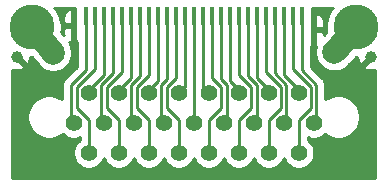
<source format=gtl>
G04 #@! TF.GenerationSoftware,KiCad,Pcbnew,(5.1.10)-1*
G04 #@! TF.CreationDate,2021-10-13T14:36:50-07:00*
G04 #@! TF.ProjectId,MicroD25_Bondpad,4d696372-6f44-4323-955f-426f6e647061,rev?*
G04 #@! TF.SameCoordinates,Original*
G04 #@! TF.FileFunction,Copper,L1,Top*
G04 #@! TF.FilePolarity,Positive*
%FSLAX46Y46*%
G04 Gerber Fmt 4.6, Leading zero omitted, Abs format (unit mm)*
G04 Created by KiCad (PCBNEW (5.1.10)-1) date 2021-10-13 14:36:50*
%MOMM*%
%LPD*%
G01*
G04 APERTURE LIST*
G04 #@! TA.AperFunction,ComponentPad*
%ADD10C,2.000000*%
G04 #@! TD*
G04 #@! TA.AperFunction,ConnectorPad*
%ADD11C,0.100000*%
G04 #@! TD*
G04 #@! TA.AperFunction,ConnectorPad*
%ADD12C,2.000000*%
G04 #@! TD*
G04 #@! TA.AperFunction,ConnectorPad*
%ADD13C,3.800000*%
G04 #@! TD*
G04 #@! TA.AperFunction,ComponentPad*
%ADD14C,2.600000*%
G04 #@! TD*
G04 #@! TA.AperFunction,ComponentPad*
%ADD15C,1.000000*%
G04 #@! TD*
G04 #@! TA.AperFunction,ComponentPad*
%ADD16C,1.397000*%
G04 #@! TD*
G04 #@! TA.AperFunction,SMDPad,CuDef*
%ADD17R,0.457200X1.524000*%
G04 #@! TD*
G04 #@! TA.AperFunction,ViaPad*
%ADD18C,1.143000*%
G04 #@! TD*
G04 #@! TA.AperFunction,Conductor*
%ADD19C,0.254000*%
G04 #@! TD*
G04 #@! TA.AperFunction,Conductor*
%ADD20C,0.100000*%
G04 #@! TD*
G04 APERTURE END LIST*
D10*
X131082073Y-131461301D03*
G04 #@! TA.AperFunction,ConnectorPad*
D11*
G36*
X130305743Y-132091832D02*
G01*
X129020168Y-130559743D01*
X130552257Y-129274168D01*
X131837832Y-130806257D01*
X130305743Y-132091832D01*
G37*
G04 #@! TD.AperFunction*
D12*
X131082073Y-131461301D03*
D13*
X129286124Y-129320973D03*
D14*
X129286124Y-129320973D03*
D10*
X154922051Y-131426328D03*
G04 #@! TA.AperFunction,ConnectorPad*
D11*
G36*
X154166292Y-130771284D02*
G01*
X155451867Y-129239195D01*
X156983956Y-130524770D01*
X155698381Y-132056859D01*
X154166292Y-130771284D01*
G37*
G04 #@! TD.AperFunction*
D12*
X154922051Y-131426328D03*
D13*
X156718000Y-129286000D03*
D14*
X156718000Y-129286000D03*
D15*
X128016000Y-131826000D03*
X157988000Y-131826000D03*
D16*
X134112000Y-139954000D03*
X136652000Y-139954000D03*
X139192000Y-139954000D03*
X141732000Y-139954000D03*
X144272000Y-139954000D03*
X146812000Y-139954000D03*
X149352000Y-139954000D03*
X151892000Y-139954000D03*
X132842000Y-137414000D03*
X135382000Y-137414000D03*
X137922000Y-137414000D03*
X140462000Y-137414000D03*
X143002000Y-137414000D03*
X145542000Y-137414000D03*
X148082000Y-137414000D03*
X150622000Y-137414000D03*
X153162000Y-137414000D03*
X134112000Y-134874000D03*
X136652000Y-134874000D03*
X139192000Y-134874000D03*
X141732000Y-134874000D03*
X144272000Y-134874000D03*
X146812000Y-134874000D03*
X149352000Y-134874000D03*
X151892000Y-134874000D03*
D17*
X134620000Y-128397000D03*
X136906000Y-128397000D03*
X139192000Y-128397000D03*
X141478000Y-128397000D03*
X144526000Y-128397000D03*
X146812000Y-128397000D03*
X149098000Y-128397000D03*
X151384000Y-128397000D03*
X133858000Y-128397000D03*
X136144000Y-128397000D03*
X138430000Y-128397000D03*
X140716000Y-128397000D03*
X143002000Y-128397000D03*
X145288000Y-128397000D03*
X147574000Y-128397000D03*
X149860000Y-128397000D03*
X152146000Y-128397000D03*
X135382000Y-128397000D03*
X137668000Y-128397000D03*
X139954000Y-128397000D03*
X142240000Y-128397000D03*
X143764000Y-128397000D03*
X146050000Y-128397000D03*
X148336000Y-128397000D03*
X150622000Y-128397000D03*
X132842000Y-129159000D03*
X153162000Y-129540000D03*
D18*
X156972000Y-141097000D03*
X129032000Y-141097000D03*
D19*
X134112000Y-137166258D02*
X134112000Y-139954000D01*
X133086499Y-136140757D02*
X134112000Y-137166258D01*
X133086499Y-134381759D02*
X133086499Y-136140757D01*
X134620000Y-132848258D02*
X133086499Y-134381759D01*
X134620000Y-128397000D02*
X134620000Y-132848258D01*
X135626499Y-136140757D02*
X136652000Y-137166258D01*
X136652000Y-137166258D02*
X136652000Y-139954000D01*
X135626499Y-134381759D02*
X135626499Y-136140757D01*
X136906000Y-133102258D02*
X135626499Y-134381759D01*
X136906000Y-128397000D02*
X136906000Y-133102258D01*
X135137501Y-137169501D02*
X135382000Y-137414000D01*
X135137501Y-134228691D02*
X135137501Y-137169501D01*
X136144000Y-133222192D02*
X135137501Y-134228691D01*
X136144000Y-128397000D02*
X136144000Y-133222192D01*
X137677501Y-137169501D02*
X137922000Y-137414000D01*
X137677501Y-134228691D02*
X137677501Y-137169501D01*
X138430000Y-133476192D02*
X137677501Y-134228691D01*
X138430000Y-128397000D02*
X138430000Y-133476192D01*
X140716000Y-128778000D02*
X140716000Y-128397000D01*
X140716000Y-133730192D02*
X140716000Y-128778000D01*
X140252489Y-134193702D02*
X140716000Y-133730192D01*
X140252489Y-137204489D02*
X140252489Y-134193702D01*
X140462000Y-137414000D02*
X140252489Y-137204489D01*
X143002000Y-137414000D02*
X143002000Y-129667000D01*
X143002000Y-129667000D02*
X143002000Y-128397000D01*
X145786499Y-134228691D02*
X145786499Y-137169501D01*
X145786499Y-137169501D02*
X145542000Y-137414000D01*
X145288000Y-133730192D02*
X145786499Y-134228691D01*
X145288000Y-129667000D02*
X145288000Y-133730192D01*
X145288000Y-129667000D02*
X145288000Y-128397000D01*
X148326499Y-137169501D02*
X148082000Y-137414000D01*
X148326499Y-134228691D02*
X148326499Y-137169501D01*
X147574000Y-133476192D02*
X148326499Y-134228691D01*
X147574000Y-129667000D02*
X147574000Y-133476192D01*
X147574000Y-129667000D02*
X147574000Y-128397000D01*
X150831511Y-137204489D02*
X150622000Y-137414000D01*
X150831511Y-134193702D02*
X150831511Y-137204489D01*
X149860000Y-133222192D02*
X150831511Y-134193702D01*
X149860000Y-129667000D02*
X149860000Y-133222192D01*
X149860000Y-129667000D02*
X149860000Y-128397000D01*
X152146000Y-129667000D02*
X152146000Y-132968192D01*
X153371511Y-134193702D02*
X153371511Y-137204489D01*
X153371511Y-137204489D02*
X153162000Y-137414000D01*
X152146000Y-132968192D02*
X153371511Y-134193702D01*
X152146000Y-129667000D02*
X152146000Y-128397000D01*
X134112000Y-134612126D02*
X134112000Y-134874000D01*
X135382000Y-133342126D02*
X134112000Y-134612126D01*
X135382000Y-129667000D02*
X135382000Y-133342126D01*
X135382000Y-128397000D02*
X135382000Y-129794000D01*
X136652000Y-134612126D02*
X136652000Y-134874000D01*
X137668000Y-133596126D02*
X136652000Y-134612126D01*
X137668000Y-128397000D02*
X137668000Y-133596126D01*
X139192000Y-134612124D02*
X139192000Y-134874000D01*
X139954000Y-133850124D02*
X139192000Y-134612124D01*
X139954000Y-128397000D02*
X139954000Y-133850124D01*
X142240000Y-134366000D02*
X141732000Y-134874000D01*
X142240000Y-129667000D02*
X142240000Y-134366000D01*
X142240000Y-129667000D02*
X142240000Y-128397000D01*
X143764000Y-134366000D02*
X144272000Y-134874000D01*
X143764000Y-129667000D02*
X143764000Y-134366000D01*
X143764000Y-129667000D02*
X143764000Y-128397000D01*
X146812000Y-134612125D02*
X146812000Y-134874000D01*
X146050000Y-133850125D02*
X146812000Y-134612125D01*
X146050000Y-129667000D02*
X146050000Y-133850125D01*
X146050000Y-129667000D02*
X146050000Y-128397000D01*
X149352000Y-134612126D02*
X149352000Y-134874000D01*
X148336000Y-133596126D02*
X149352000Y-134612126D01*
X148336000Y-129667000D02*
X148336000Y-133596126D01*
X148336000Y-129667000D02*
X148336000Y-128397000D01*
X151892000Y-134612124D02*
X151892000Y-134874000D01*
X150622000Y-133342124D02*
X151892000Y-134612124D01*
X150622000Y-129667000D02*
X150622000Y-133342124D01*
X150622000Y-129667000D02*
X150622000Y-128397000D01*
X139192000Y-137166258D02*
X139192000Y-139954000D01*
X138166499Y-134381759D02*
X138166499Y-136140757D01*
X138166499Y-136140757D02*
X139192000Y-137166258D01*
X139192000Y-133356258D02*
X138166499Y-134381759D01*
X139192000Y-128397000D02*
X139192000Y-133356258D01*
X141732000Y-137166258D02*
X141732000Y-139954000D01*
X140706499Y-136140757D02*
X141732000Y-137166258D01*
X140706499Y-134381759D02*
X140706499Y-136140757D01*
X141478000Y-133610258D02*
X140706499Y-134381759D01*
X141478000Y-129667000D02*
X141478000Y-133610258D01*
X141478000Y-129667000D02*
X141478000Y-128397000D01*
X144272000Y-137166258D02*
X144272000Y-139954000D01*
X145297501Y-136140757D02*
X144272000Y-137166258D01*
X145297501Y-134381759D02*
X145297501Y-136140757D01*
X144526000Y-133610258D02*
X145297501Y-134381759D01*
X144526000Y-129667000D02*
X144526000Y-133610258D01*
X144526000Y-129667000D02*
X144526000Y-128397000D01*
X146812000Y-137166258D02*
X146812000Y-139954000D01*
X147837501Y-136140757D02*
X146812000Y-137166258D01*
X147837501Y-134381759D02*
X147837501Y-136140757D01*
X146812000Y-133356258D02*
X147837501Y-134381759D01*
X146812000Y-129794000D02*
X146812000Y-128397000D01*
X146812000Y-129667000D02*
X146812000Y-129794000D01*
X146812000Y-129794000D02*
X146812000Y-133356258D01*
X149352000Y-137166258D02*
X149352000Y-139954000D01*
X150377501Y-136140757D02*
X149352000Y-137166258D01*
X150377501Y-134381759D02*
X150377501Y-136140757D01*
X149098000Y-133102258D02*
X150377501Y-134381759D01*
X149098000Y-129667000D02*
X149098000Y-133102258D01*
X149098000Y-129667000D02*
X149098000Y-128397000D01*
X151892000Y-137166258D02*
X151892000Y-139954000D01*
X152917501Y-136140757D02*
X151892000Y-137166258D01*
X152917501Y-134381759D02*
X152917501Y-136140757D01*
X151384000Y-132848258D02*
X152917501Y-134381759D01*
X151384000Y-129667000D02*
X151384000Y-132848258D01*
X151384000Y-129667000D02*
X151384000Y-128397000D01*
X132632489Y-137204489D02*
X132842000Y-137414000D01*
X132632489Y-134193702D02*
X132632489Y-137204489D01*
X133858000Y-132968192D02*
X132632489Y-134193702D01*
X133858000Y-128397000D02*
X133858000Y-132968192D01*
X132991328Y-127873022D02*
X132943600Y-127920750D01*
X132943600Y-129032000D01*
X132989000Y-129032000D01*
X132989000Y-129286000D01*
X132943600Y-129286000D01*
X132943600Y-130397250D01*
X133096000Y-130549650D01*
X133096001Y-132652560D01*
X132120143Y-133628418D01*
X132091067Y-133652280D01*
X131995844Y-133768311D01*
X131925087Y-133900688D01*
X131881515Y-134044325D01*
X131870557Y-134155584D01*
X131866803Y-134193702D01*
X131870489Y-134231125D01*
X131870489Y-135426998D01*
X131624793Y-135262829D01*
X131287350Y-135123056D01*
X130929123Y-135051800D01*
X130563877Y-135051800D01*
X130205650Y-135123056D01*
X129868207Y-135262829D01*
X129564516Y-135465749D01*
X129306249Y-135724016D01*
X129103329Y-136027707D01*
X128963556Y-136365150D01*
X128892300Y-136723377D01*
X128892300Y-137088623D01*
X128963556Y-137446850D01*
X129103329Y-137784293D01*
X129306249Y-138087984D01*
X129564516Y-138346251D01*
X129868207Y-138549171D01*
X130205650Y-138688944D01*
X130563877Y-138760200D01*
X130929123Y-138760200D01*
X131287350Y-138688944D01*
X131624793Y-138549171D01*
X131904454Y-138362308D01*
X131991943Y-138449797D01*
X132210351Y-138595732D01*
X132453032Y-138696254D01*
X132710662Y-138747500D01*
X132973338Y-138747500D01*
X133230968Y-138696254D01*
X133350001Y-138646949D01*
X133350001Y-138859365D01*
X133261943Y-138918203D01*
X133076203Y-139103943D01*
X132930268Y-139322351D01*
X132829746Y-139565032D01*
X132778500Y-139822662D01*
X132778500Y-140085338D01*
X132829746Y-140342968D01*
X132930268Y-140585649D01*
X133076203Y-140804057D01*
X133261943Y-140989797D01*
X133480351Y-141135732D01*
X133723032Y-141236254D01*
X133980662Y-141287500D01*
X134243338Y-141287500D01*
X134500968Y-141236254D01*
X134743649Y-141135732D01*
X134962057Y-140989797D01*
X135147797Y-140804057D01*
X135293732Y-140585649D01*
X135382000Y-140372552D01*
X135470268Y-140585649D01*
X135616203Y-140804057D01*
X135801943Y-140989797D01*
X136020351Y-141135732D01*
X136263032Y-141236254D01*
X136520662Y-141287500D01*
X136783338Y-141287500D01*
X137040968Y-141236254D01*
X137283649Y-141135732D01*
X137502057Y-140989797D01*
X137687797Y-140804057D01*
X137833732Y-140585649D01*
X137922000Y-140372552D01*
X138010268Y-140585649D01*
X138156203Y-140804057D01*
X138341943Y-140989797D01*
X138560351Y-141135732D01*
X138803032Y-141236254D01*
X139060662Y-141287500D01*
X139323338Y-141287500D01*
X139580968Y-141236254D01*
X139823649Y-141135732D01*
X140042057Y-140989797D01*
X140227797Y-140804057D01*
X140373732Y-140585649D01*
X140462000Y-140372552D01*
X140550268Y-140585649D01*
X140696203Y-140804057D01*
X140881943Y-140989797D01*
X141100351Y-141135732D01*
X141343032Y-141236254D01*
X141600662Y-141287500D01*
X141863338Y-141287500D01*
X142120968Y-141236254D01*
X142363649Y-141135732D01*
X142582057Y-140989797D01*
X142767797Y-140804057D01*
X142913732Y-140585649D01*
X143002000Y-140372552D01*
X143090268Y-140585649D01*
X143236203Y-140804057D01*
X143421943Y-140989797D01*
X143640351Y-141135732D01*
X143883032Y-141236254D01*
X144140662Y-141287500D01*
X144403338Y-141287500D01*
X144660968Y-141236254D01*
X144903649Y-141135732D01*
X145122057Y-140989797D01*
X145307797Y-140804057D01*
X145453732Y-140585649D01*
X145542000Y-140372552D01*
X145630268Y-140585649D01*
X145776203Y-140804057D01*
X145961943Y-140989797D01*
X146180351Y-141135732D01*
X146423032Y-141236254D01*
X146680662Y-141287500D01*
X146943338Y-141287500D01*
X147200968Y-141236254D01*
X147443649Y-141135732D01*
X147662057Y-140989797D01*
X147847797Y-140804057D01*
X147993732Y-140585649D01*
X148082000Y-140372552D01*
X148170268Y-140585649D01*
X148316203Y-140804057D01*
X148501943Y-140989797D01*
X148720351Y-141135732D01*
X148963032Y-141236254D01*
X149220662Y-141287500D01*
X149483338Y-141287500D01*
X149740968Y-141236254D01*
X149983649Y-141135732D01*
X150202057Y-140989797D01*
X150387797Y-140804057D01*
X150533732Y-140585649D01*
X150622000Y-140372552D01*
X150710268Y-140585649D01*
X150856203Y-140804057D01*
X151041943Y-140989797D01*
X151260351Y-141135732D01*
X151503032Y-141236254D01*
X151760662Y-141287500D01*
X152023338Y-141287500D01*
X152280968Y-141236254D01*
X152523649Y-141135732D01*
X152742057Y-140989797D01*
X152927797Y-140804057D01*
X153073732Y-140585649D01*
X153174254Y-140342968D01*
X153225500Y-140085338D01*
X153225500Y-139822662D01*
X153174254Y-139565032D01*
X153073732Y-139322351D01*
X152927797Y-139103943D01*
X152742057Y-138918203D01*
X152654000Y-138859365D01*
X152654000Y-138646949D01*
X152773032Y-138696254D01*
X153030662Y-138747500D01*
X153293338Y-138747500D01*
X153550968Y-138696254D01*
X153793649Y-138595732D01*
X154012057Y-138449797D01*
X154099546Y-138362308D01*
X154379207Y-138549171D01*
X154716650Y-138688944D01*
X155074877Y-138760200D01*
X155440123Y-138760200D01*
X155798350Y-138688944D01*
X156135793Y-138549171D01*
X156439484Y-138346251D01*
X156697751Y-138087984D01*
X156900671Y-137784293D01*
X157040444Y-137446850D01*
X157111700Y-137088623D01*
X157111700Y-136723377D01*
X157040444Y-136365150D01*
X156900671Y-136027707D01*
X156697751Y-135724016D01*
X156439484Y-135465749D01*
X156135793Y-135262829D01*
X155798350Y-135123056D01*
X155440123Y-135051800D01*
X155074877Y-135051800D01*
X154716650Y-135123056D01*
X154379207Y-135262829D01*
X154133511Y-135426998D01*
X154133511Y-134231124D01*
X154137197Y-134193701D01*
X154132217Y-134143139D01*
X154122485Y-134044324D01*
X154078913Y-133900687D01*
X154045515Y-133838203D01*
X154008156Y-133768309D01*
X153936790Y-133681350D01*
X153912933Y-133652280D01*
X153883863Y-133628423D01*
X152908000Y-132652562D01*
X152908000Y-130930650D01*
X153060400Y-130778250D01*
X153060400Y-129667000D01*
X153015000Y-129667000D01*
X153015000Y-129413000D01*
X153060400Y-129413000D01*
X153060400Y-128301750D01*
X153263600Y-128301750D01*
X153263600Y-129413000D01*
X153866850Y-129413000D01*
X154025600Y-129254250D01*
X154028603Y-128787382D01*
X154018174Y-128662734D01*
X153983628Y-128542515D01*
X153926293Y-128431346D01*
X153848371Y-128333498D01*
X153752857Y-128252732D01*
X153643421Y-128192153D01*
X153524270Y-128154086D01*
X153422350Y-128143000D01*
X153263600Y-128301750D01*
X153060400Y-128301750D01*
X153012672Y-128254022D01*
X153012672Y-127660000D01*
X154758969Y-127660000D01*
X154748937Y-127670032D01*
X154471512Y-128085227D01*
X154280418Y-128546568D01*
X154183000Y-129036324D01*
X154183000Y-129535676D01*
X154218862Y-129715968D01*
X154026369Y-129945372D01*
X154025600Y-129825750D01*
X153866850Y-129667000D01*
X153263600Y-129667000D01*
X153263600Y-130778250D01*
X153374745Y-130889395D01*
X153349883Y-130949416D01*
X153287051Y-131265295D01*
X153287051Y-131587361D01*
X153349883Y-131903240D01*
X153473133Y-132200791D01*
X153652064Y-132468580D01*
X153879799Y-132696315D01*
X154147588Y-132875246D01*
X154445139Y-132998496D01*
X154761018Y-133061328D01*
X155083084Y-133061328D01*
X155398963Y-132998496D01*
X155696514Y-132875246D01*
X155964303Y-132696315D01*
X156192038Y-132468580D01*
X156216226Y-132432379D01*
X156729235Y-131821000D01*
X156852749Y-131821000D01*
X156850489Y-131908406D01*
X156888423Y-132128740D01*
X156968613Y-132337440D01*
X156996412Y-132389450D01*
X157209834Y-132424561D01*
X157808395Y-131826000D01*
X157794253Y-131811858D01*
X157973858Y-131632253D01*
X157988000Y-131646395D01*
X158002143Y-131632253D01*
X158181748Y-131811858D01*
X158167605Y-131826000D01*
X158181748Y-131840143D01*
X158002143Y-132019748D01*
X157988000Y-132005605D01*
X157389439Y-132604166D01*
X157424550Y-132817588D01*
X157628826Y-132908458D01*
X157846905Y-132957731D01*
X158070406Y-132963511D01*
X158290740Y-132925577D01*
X158344000Y-132905112D01*
X158344001Y-142088000D01*
X127660000Y-142088000D01*
X127660000Y-132909175D01*
X127874905Y-132957731D01*
X128098406Y-132963511D01*
X128318740Y-132925577D01*
X128527440Y-132845387D01*
X128579450Y-132817588D01*
X128614561Y-132604166D01*
X128016000Y-132005605D01*
X128001858Y-132019748D01*
X127822253Y-131840143D01*
X127836395Y-131826000D01*
X127822253Y-131811858D01*
X128001858Y-131632253D01*
X128016000Y-131646395D01*
X128030143Y-131632253D01*
X128209748Y-131811858D01*
X128195605Y-131826000D01*
X128794166Y-132424561D01*
X129007588Y-132389450D01*
X129098458Y-132185174D01*
X129147731Y-131967095D01*
X129150605Y-131855973D01*
X129274889Y-131855973D01*
X129787898Y-132467352D01*
X129812086Y-132503553D01*
X130039821Y-132731288D01*
X130307610Y-132910219D01*
X130605161Y-133033469D01*
X130921040Y-133096301D01*
X131243106Y-133096301D01*
X131558985Y-133033469D01*
X131856536Y-132910219D01*
X132124325Y-132731288D01*
X132352060Y-132503553D01*
X132530991Y-132235764D01*
X132654241Y-131938213D01*
X132717073Y-131622334D01*
X132717073Y-131300268D01*
X132654241Y-130984389D01*
X132530991Y-130686838D01*
X132424335Y-130527216D01*
X132479730Y-130544914D01*
X132581650Y-130556000D01*
X132740400Y-130397250D01*
X132740400Y-129286000D01*
X132137150Y-129286000D01*
X131978400Y-129444750D01*
X131975397Y-129911618D01*
X131981523Y-129984837D01*
X131785262Y-129750941D01*
X131821124Y-129570649D01*
X131821124Y-129071297D01*
X131723706Y-128581541D01*
X131651153Y-128406382D01*
X131975397Y-128406382D01*
X131978400Y-128873250D01*
X132137150Y-129032000D01*
X132740400Y-129032000D01*
X132740400Y-127920750D01*
X132581650Y-127762000D01*
X132479730Y-127773086D01*
X132360579Y-127811153D01*
X132251143Y-127871732D01*
X132155629Y-127952498D01*
X132077707Y-128050346D01*
X132020372Y-128161515D01*
X131985826Y-128281734D01*
X131975397Y-128406382D01*
X131651153Y-128406382D01*
X131532612Y-128120200D01*
X131255187Y-127705005D01*
X131210182Y-127660000D01*
X132991328Y-127660000D01*
X132991328Y-127873022D01*
G04 #@! TA.AperFunction,Conductor*
D20*
G36*
X132991328Y-127873022D02*
G01*
X132943600Y-127920750D01*
X132943600Y-129032000D01*
X132989000Y-129032000D01*
X132989000Y-129286000D01*
X132943600Y-129286000D01*
X132943600Y-130397250D01*
X133096000Y-130549650D01*
X133096001Y-132652560D01*
X132120143Y-133628418D01*
X132091067Y-133652280D01*
X131995844Y-133768311D01*
X131925087Y-133900688D01*
X131881515Y-134044325D01*
X131870557Y-134155584D01*
X131866803Y-134193702D01*
X131870489Y-134231125D01*
X131870489Y-135426998D01*
X131624793Y-135262829D01*
X131287350Y-135123056D01*
X130929123Y-135051800D01*
X130563877Y-135051800D01*
X130205650Y-135123056D01*
X129868207Y-135262829D01*
X129564516Y-135465749D01*
X129306249Y-135724016D01*
X129103329Y-136027707D01*
X128963556Y-136365150D01*
X128892300Y-136723377D01*
X128892300Y-137088623D01*
X128963556Y-137446850D01*
X129103329Y-137784293D01*
X129306249Y-138087984D01*
X129564516Y-138346251D01*
X129868207Y-138549171D01*
X130205650Y-138688944D01*
X130563877Y-138760200D01*
X130929123Y-138760200D01*
X131287350Y-138688944D01*
X131624793Y-138549171D01*
X131904454Y-138362308D01*
X131991943Y-138449797D01*
X132210351Y-138595732D01*
X132453032Y-138696254D01*
X132710662Y-138747500D01*
X132973338Y-138747500D01*
X133230968Y-138696254D01*
X133350001Y-138646949D01*
X133350001Y-138859365D01*
X133261943Y-138918203D01*
X133076203Y-139103943D01*
X132930268Y-139322351D01*
X132829746Y-139565032D01*
X132778500Y-139822662D01*
X132778500Y-140085338D01*
X132829746Y-140342968D01*
X132930268Y-140585649D01*
X133076203Y-140804057D01*
X133261943Y-140989797D01*
X133480351Y-141135732D01*
X133723032Y-141236254D01*
X133980662Y-141287500D01*
X134243338Y-141287500D01*
X134500968Y-141236254D01*
X134743649Y-141135732D01*
X134962057Y-140989797D01*
X135147797Y-140804057D01*
X135293732Y-140585649D01*
X135382000Y-140372552D01*
X135470268Y-140585649D01*
X135616203Y-140804057D01*
X135801943Y-140989797D01*
X136020351Y-141135732D01*
X136263032Y-141236254D01*
X136520662Y-141287500D01*
X136783338Y-141287500D01*
X137040968Y-141236254D01*
X137283649Y-141135732D01*
X137502057Y-140989797D01*
X137687797Y-140804057D01*
X137833732Y-140585649D01*
X137922000Y-140372552D01*
X138010268Y-140585649D01*
X138156203Y-140804057D01*
X138341943Y-140989797D01*
X138560351Y-141135732D01*
X138803032Y-141236254D01*
X139060662Y-141287500D01*
X139323338Y-141287500D01*
X139580968Y-141236254D01*
X139823649Y-141135732D01*
X140042057Y-140989797D01*
X140227797Y-140804057D01*
X140373732Y-140585649D01*
X140462000Y-140372552D01*
X140550268Y-140585649D01*
X140696203Y-140804057D01*
X140881943Y-140989797D01*
X141100351Y-141135732D01*
X141343032Y-141236254D01*
X141600662Y-141287500D01*
X141863338Y-141287500D01*
X142120968Y-141236254D01*
X142363649Y-141135732D01*
X142582057Y-140989797D01*
X142767797Y-140804057D01*
X142913732Y-140585649D01*
X143002000Y-140372552D01*
X143090268Y-140585649D01*
X143236203Y-140804057D01*
X143421943Y-140989797D01*
X143640351Y-141135732D01*
X143883032Y-141236254D01*
X144140662Y-141287500D01*
X144403338Y-141287500D01*
X144660968Y-141236254D01*
X144903649Y-141135732D01*
X145122057Y-140989797D01*
X145307797Y-140804057D01*
X145453732Y-140585649D01*
X145542000Y-140372552D01*
X145630268Y-140585649D01*
X145776203Y-140804057D01*
X145961943Y-140989797D01*
X146180351Y-141135732D01*
X146423032Y-141236254D01*
X146680662Y-141287500D01*
X146943338Y-141287500D01*
X147200968Y-141236254D01*
X147443649Y-141135732D01*
X147662057Y-140989797D01*
X147847797Y-140804057D01*
X147993732Y-140585649D01*
X148082000Y-140372552D01*
X148170268Y-140585649D01*
X148316203Y-140804057D01*
X148501943Y-140989797D01*
X148720351Y-141135732D01*
X148963032Y-141236254D01*
X149220662Y-141287500D01*
X149483338Y-141287500D01*
X149740968Y-141236254D01*
X149983649Y-141135732D01*
X150202057Y-140989797D01*
X150387797Y-140804057D01*
X150533732Y-140585649D01*
X150622000Y-140372552D01*
X150710268Y-140585649D01*
X150856203Y-140804057D01*
X151041943Y-140989797D01*
X151260351Y-141135732D01*
X151503032Y-141236254D01*
X151760662Y-141287500D01*
X152023338Y-141287500D01*
X152280968Y-141236254D01*
X152523649Y-141135732D01*
X152742057Y-140989797D01*
X152927797Y-140804057D01*
X153073732Y-140585649D01*
X153174254Y-140342968D01*
X153225500Y-140085338D01*
X153225500Y-139822662D01*
X153174254Y-139565032D01*
X153073732Y-139322351D01*
X152927797Y-139103943D01*
X152742057Y-138918203D01*
X152654000Y-138859365D01*
X152654000Y-138646949D01*
X152773032Y-138696254D01*
X153030662Y-138747500D01*
X153293338Y-138747500D01*
X153550968Y-138696254D01*
X153793649Y-138595732D01*
X154012057Y-138449797D01*
X154099546Y-138362308D01*
X154379207Y-138549171D01*
X154716650Y-138688944D01*
X155074877Y-138760200D01*
X155440123Y-138760200D01*
X155798350Y-138688944D01*
X156135793Y-138549171D01*
X156439484Y-138346251D01*
X156697751Y-138087984D01*
X156900671Y-137784293D01*
X157040444Y-137446850D01*
X157111700Y-137088623D01*
X157111700Y-136723377D01*
X157040444Y-136365150D01*
X156900671Y-136027707D01*
X156697751Y-135724016D01*
X156439484Y-135465749D01*
X156135793Y-135262829D01*
X155798350Y-135123056D01*
X155440123Y-135051800D01*
X155074877Y-135051800D01*
X154716650Y-135123056D01*
X154379207Y-135262829D01*
X154133511Y-135426998D01*
X154133511Y-134231124D01*
X154137197Y-134193701D01*
X154132217Y-134143139D01*
X154122485Y-134044324D01*
X154078913Y-133900687D01*
X154045515Y-133838203D01*
X154008156Y-133768309D01*
X153936790Y-133681350D01*
X153912933Y-133652280D01*
X153883863Y-133628423D01*
X152908000Y-132652562D01*
X152908000Y-130930650D01*
X153060400Y-130778250D01*
X153060400Y-129667000D01*
X153015000Y-129667000D01*
X153015000Y-129413000D01*
X153060400Y-129413000D01*
X153060400Y-128301750D01*
X153263600Y-128301750D01*
X153263600Y-129413000D01*
X153866850Y-129413000D01*
X154025600Y-129254250D01*
X154028603Y-128787382D01*
X154018174Y-128662734D01*
X153983628Y-128542515D01*
X153926293Y-128431346D01*
X153848371Y-128333498D01*
X153752857Y-128252732D01*
X153643421Y-128192153D01*
X153524270Y-128154086D01*
X153422350Y-128143000D01*
X153263600Y-128301750D01*
X153060400Y-128301750D01*
X153012672Y-128254022D01*
X153012672Y-127660000D01*
X154758969Y-127660000D01*
X154748937Y-127670032D01*
X154471512Y-128085227D01*
X154280418Y-128546568D01*
X154183000Y-129036324D01*
X154183000Y-129535676D01*
X154218862Y-129715968D01*
X154026369Y-129945372D01*
X154025600Y-129825750D01*
X153866850Y-129667000D01*
X153263600Y-129667000D01*
X153263600Y-130778250D01*
X153374745Y-130889395D01*
X153349883Y-130949416D01*
X153287051Y-131265295D01*
X153287051Y-131587361D01*
X153349883Y-131903240D01*
X153473133Y-132200791D01*
X153652064Y-132468580D01*
X153879799Y-132696315D01*
X154147588Y-132875246D01*
X154445139Y-132998496D01*
X154761018Y-133061328D01*
X155083084Y-133061328D01*
X155398963Y-132998496D01*
X155696514Y-132875246D01*
X155964303Y-132696315D01*
X156192038Y-132468580D01*
X156216226Y-132432379D01*
X156729235Y-131821000D01*
X156852749Y-131821000D01*
X156850489Y-131908406D01*
X156888423Y-132128740D01*
X156968613Y-132337440D01*
X156996412Y-132389450D01*
X157209834Y-132424561D01*
X157808395Y-131826000D01*
X157794253Y-131811858D01*
X157973858Y-131632253D01*
X157988000Y-131646395D01*
X158002143Y-131632253D01*
X158181748Y-131811858D01*
X158167605Y-131826000D01*
X158181748Y-131840143D01*
X158002143Y-132019748D01*
X157988000Y-132005605D01*
X157389439Y-132604166D01*
X157424550Y-132817588D01*
X157628826Y-132908458D01*
X157846905Y-132957731D01*
X158070406Y-132963511D01*
X158290740Y-132925577D01*
X158344000Y-132905112D01*
X158344001Y-142088000D01*
X127660000Y-142088000D01*
X127660000Y-132909175D01*
X127874905Y-132957731D01*
X128098406Y-132963511D01*
X128318740Y-132925577D01*
X128527440Y-132845387D01*
X128579450Y-132817588D01*
X128614561Y-132604166D01*
X128016000Y-132005605D01*
X128001858Y-132019748D01*
X127822253Y-131840143D01*
X127836395Y-131826000D01*
X127822253Y-131811858D01*
X128001858Y-131632253D01*
X128016000Y-131646395D01*
X128030143Y-131632253D01*
X128209748Y-131811858D01*
X128195605Y-131826000D01*
X128794166Y-132424561D01*
X129007588Y-132389450D01*
X129098458Y-132185174D01*
X129147731Y-131967095D01*
X129150605Y-131855973D01*
X129274889Y-131855973D01*
X129787898Y-132467352D01*
X129812086Y-132503553D01*
X130039821Y-132731288D01*
X130307610Y-132910219D01*
X130605161Y-133033469D01*
X130921040Y-133096301D01*
X131243106Y-133096301D01*
X131558985Y-133033469D01*
X131856536Y-132910219D01*
X132124325Y-132731288D01*
X132352060Y-132503553D01*
X132530991Y-132235764D01*
X132654241Y-131938213D01*
X132717073Y-131622334D01*
X132717073Y-131300268D01*
X132654241Y-130984389D01*
X132530991Y-130686838D01*
X132424335Y-130527216D01*
X132479730Y-130544914D01*
X132581650Y-130556000D01*
X132740400Y-130397250D01*
X132740400Y-129286000D01*
X132137150Y-129286000D01*
X131978400Y-129444750D01*
X131975397Y-129911618D01*
X131981523Y-129984837D01*
X131785262Y-129750941D01*
X131821124Y-129570649D01*
X131821124Y-129071297D01*
X131723706Y-128581541D01*
X131651153Y-128406382D01*
X131975397Y-128406382D01*
X131978400Y-128873250D01*
X132137150Y-129032000D01*
X132740400Y-129032000D01*
X132740400Y-127920750D01*
X132581650Y-127762000D01*
X132479730Y-127773086D01*
X132360579Y-127811153D01*
X132251143Y-127871732D01*
X132155629Y-127952498D01*
X132077707Y-128050346D01*
X132020372Y-128161515D01*
X131985826Y-128281734D01*
X131975397Y-128406382D01*
X131651153Y-128406382D01*
X131532612Y-128120200D01*
X131255187Y-127705005D01*
X131210182Y-127660000D01*
X132991328Y-127660000D01*
X132991328Y-127873022D01*
G37*
G04 #@! TD.AperFunction*
M02*

</source>
